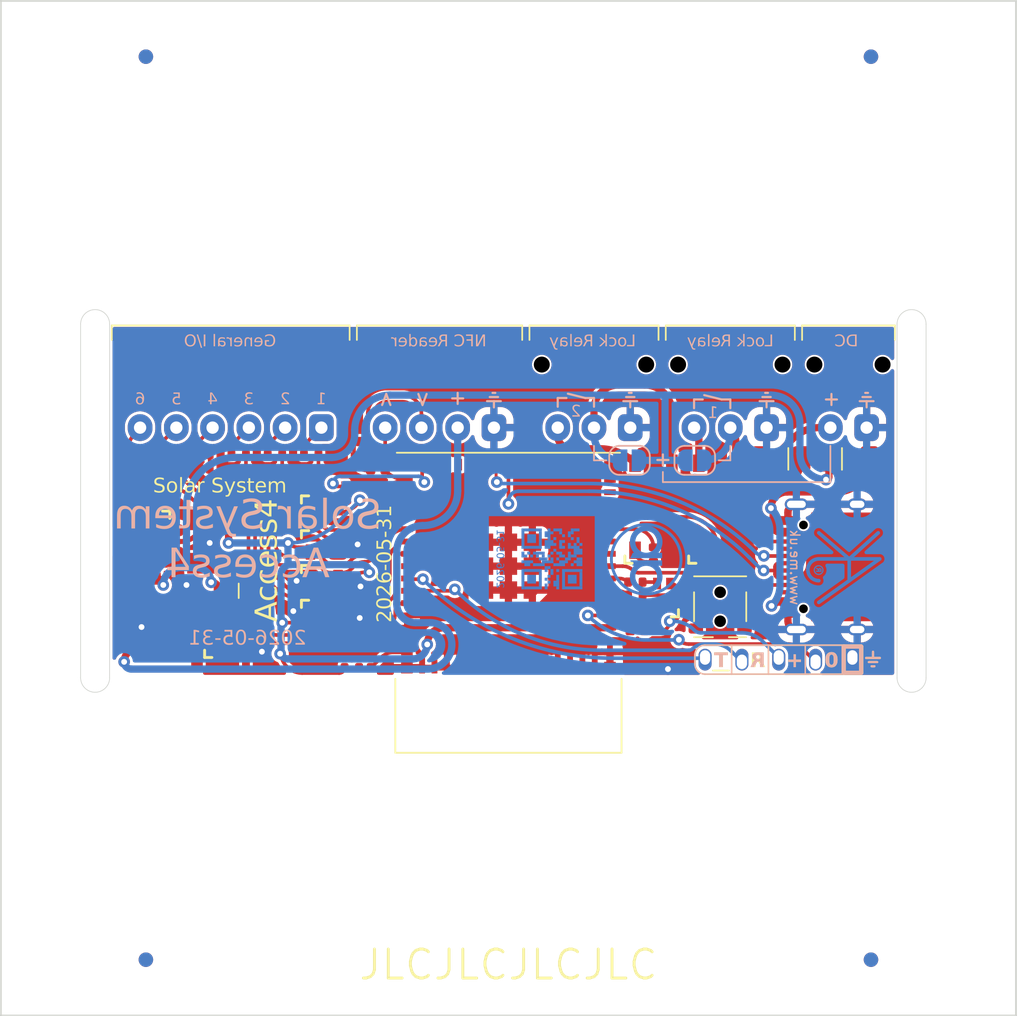
<source format=kicad_pcb>
(kicad_pcb (version 20221018) (generator pcbnew)
  (title_block (title "Access Control") (rev "3") (company "Adrian Kennard Andrews & Arnold Ltd") (comment 1 "toot.me.uk/@RevK") (comment 2 "www.me.uk"))
  (layers (0 "F.Cu" signal) (31 "B.Cu" signal) (34 "B.Paste" user) (35 "F.Paste" user) (36 "B.SilkS" user "B.Silkscreen") (37 "F.SilkS" user "F.Silkscreen") (38 "B.Mask" user) (39 "F.Mask" user) (44 "Edge.Cuts" user))
  (net 0 "")
  (net 1 "+3.3V")
  (net 2 "VBUS")
  (net 3 "GND")
  (net 4 "RFTX")
  (net 5 "RFRX")
  (net 6 "+5V")
  (net 7 "D-")
  (net 8 "D+")
  (net 9 "Net-(Q2-G)")
  (net 10 "SHDN")
  (net 11 "Net-(D6-RK)")
  (net 12 "IO1")
  (net 13 "IO2")
  (net 14 "+12V")
  (net 15 "Net-(D6-GK)")
  (net 16 "Net-(D6-BK)")
  (net 17 "Net-(J1-CC1)")
  (net 19 "Net-(J1-CC2)")
  (net 20 "TAMPER")
  (net 21 "IO3")
  (net 22 "IO4")
  (net 23 "IO5")
  (net 25 "Net-(J2-Pin_3)")
  (net 26 "Net-(J2-Pin_4)")
  (net 27 "Net-(J3-Pin_1)")
  (net 28 "Net-(J3-Pin_2)")
  (net 29 "Net-(J3-Pin_3)")
  (net 30 "Net-(J3-Pin_4)")
  (net 31 "Net-(J3-Pin_5)")
  (net 32 "Net-(J3-Pin_6)")
  (net 33 "Net-(J6-Pin_2)")
  (net 34 "Net-(J6-Pin_3)")
  (net 35 "Net-(J7-Pin_2)")
  (net 36 "Net-(J7-Pin_3)")
  (net 37 "R")
  (net 38 "G")
  (net 39 "B")
  (net 40 "Net-(U10-EN)")
  (net 41 "Net-(J8-0)")
  (net 42 "Net-(J8-Rx)")
  (net 43 "Net-(R16-Pad1)")
  (net 44 "Net-(J8-Tx)")
  (net 48 "DC")
  (net 49 "IO6")
  (net 50 "RELAY2")
  (net 51 "Net-(R25-Pad1)")
  (net 52 "RELAY1")
  (footprint "RevK:PTSM-HH1-2-RA" (layer "F.Cu") (at 123.45 94.4425 180)
    (fp_text reference "J5" hide)
    (fp_text value "POWER" hide)
  )
  (footprint "RevK:PTSM-HH1-3-RA-W" (layer "F.Cu") (at 105.9 94.4425 180)
    (fp_text reference "J6" hide)
    (fp_text value "DOOR2" hide)
  )
  (footprint "RevK:PTSM-HH-4-RA" (layer "F.Cu") (at 95.25 94.4425 180)
    (fp_text reference "J2" hide)
    (fp_text value "RFID" hide)
  )
  (footprint "RevK:PTSM-HH-6-RA" (layer "F.Cu") (at 80.85 94.4425 180)
    (fp_text reference "J3" hide)
    (fp_text value "INPUTS" hide)
  )
  (footprint "RevK:R_0402" (layer "F.Cu") (at 110 103.2 90)
    (fp_text reference "R16" hide)
    (fp_text value "1K" hide)
  )
  (footprint "RevK:ESE13" (layer "F.Cu") (at 114.6 106.8 -90)
    (fp_text reference "SW1" hide)
    (fp_text value "ESE13V01D")
  )
  (footprint "RevK:VCUT70" (layer "F.Cu") (at 100 111.7 180)
    (fp_text reference "V2" hide)
    (fp_text value "~" hide)
  )
  (footprint "RevK:R_0402" (layer "F.Cu") (at 81.4 96.3)
    (fp_text reference "R10" hide)
    (fp_text value "100R" hide)
  )
  (footprint "RevK:C_0402" (layer "F.Cu") (at 86.4 97.3 180)
    (fp_text reference "C3" hide)
    (fp_text value "33pF" hide)
  )
  (footprint "RevK:R_0402" (layer "F.Cu") (at 114.4 103.2 90)
    (fp_text reference "R25" hide)
    (fp_text value "1K" hide)
  )
  (footprint "RevK:C_0603_" (layer "F.Cu") (at 76.4 99.8 180)
    (fp_text reference "C22" hide)
    (fp_text value "10uF 6.3V")
  )
  (footprint "RevK:R_0402" (layer "F.Cu") (at 89.2 111)
    (fp_text reference "R26" hide)
    (fp_text value "10K" hide)
  )
  (footprint "RevK:C_0402" (layer "F.Cu") (at 81.4 97.3 180)
    (fp_text reference "C5" hide)
    (fp_text value "33pF" hide)
  )
  (footprint "RevK:L_4x4_" (layer "F.Cu") (at 79.7 102.3 90)
    (fp_text reference "L4" hide)
    (fp_text value "10uH")
  )
  (footprint "RevK:C_0402" (layer "F.Cu") (at 118.7 98.1 180)
    (fp_text reference "C17" hide)
    (fp_text value "10uF" hide)
  )
  (footprint "RevK:USC16-TR" (layer "F.Cu") (at 121.735 104.05 90)
    (fp_text reference "J1" hide)
    (fp_text value "USB-C")
  )
  (footprint "RevK:D_1206" (layer "F.Cu") (at 118.8 96.6 180)
    (fp_text reference "D9" hide)
    (fp_text value "D")
  )
  (footprint "RevK:C_0402" (layer "F.Cu") (at 76.4 97.3 180)
    (fp_text reference "C7" hide)
    (fp_text value "33pF" hide)
  )
  (footprint "RevK:R_0402_" (layer "F.Cu") (at 81.4 110.7 180)
    (fp_text reference "R2" hide)
    (fp_text value "23k2" hide)
  )
  (footprint "RevK:SOT-23-6-MD8942" (layer "F.Cu") (at 80.6 108.2 -90)
    (fp_text reference "U1" hide)
    (fp_text value "MD8942")
  )
  (footprint "RevK:R_0402" (layer "F.Cu") (at 86.4 96.3)
    (fp_text reference "R8" hide)
    (fp_text value "100R" hide)
  )
  (footprint "RevK:SOT-363_SC-70-6" (layer "F.Cu") (at 87.3 100.3)
    (fp_text reference "D1" hide)
    (fp_text value "BAV99S")
  )
  (footprint "RevK:SOT-363_SC-70-6" (layer "F.Cu") (at 87.3 107.5)
    (fp_text reference "D4" hide)
    (fp_text value "BAV99S")
  )
  (footprint "RevK:C_0603_" (layer "F.Cu") (at 79.3 110.7)
    (fp_text reference "C15" hide)
    (fp_text value "10uF 6.3V")
  )
  (footprint "RevK:C_0402" (layer "F.Cu") (at 109.4 109 -90)
    (fp_text reference "C19" hide)
    (fp_text value "22uF" hide)
  )
  (footprint "RevK:C_0603_" (layer "F.Cu") (at 78.6 108.2 -90)
    (fp_text reference "C16" hide)
    (fp_text value "100nF")
  )
  (footprint "RevK:R_0402" (layer "F.Cu") (at 108.75 106.9 180)
    (fp_text reference "R20" hide)
    (fp_text value "2K" hide)
  )
  (footprint "RevK:C_0603_" (layer "F.Cu") (at 76.6 104.8 180)
    (fp_text reference "C21" hide)
    (fp_text value "10uF 50V")
  )
  (footprint "RevK:SOT-323_SC-70" (layer "F.Cu") (at 88.7 97.5 90)
    (fp_text reference "Q2" hide)
    (fp_text value "PMF250XNEX" hide)
  )
  (footprint "RevK:PTSM-HH1-3-RA" (layer "F.Cu") (at 115.3 94.4425 180)
    (fp_text reference "J7" hide)
    (fp_text value "DOOR1" hide)
  )
  (footprint "RevK:R_0402_" (layer "F.Cu") (at 74.3 99.8)
    (fp_text reference "R15" hide)
    (fp_text value "39k2" hide)
  )
  (footprint "RevK:R_0402" (layer "F.Cu") (at 83.9 96.3)
    (fp_text reference "R9" hide)
    (fp_text value "100R" hide)
  )
  (footprint "RevK:R_0402_" (layer "F.Cu") (at 74.5 104.8 180)
    (fp_text reference "R27" hide)
    (fp_text value "1M" hide)
  )
  (footprint "RevK:R_0402" (layer "F.Cu") (at 108.75 105.1 180)
    (fp_text reference "R21" hide)
    (fp_text value "220R" hide)
  )
  (footprint "RevK:C_0402" (layer "F.Cu") (at 89.2 95.4)
    (fp_text reference "C2" hide)
    (fp_text value "33pF" hide)
  )
  (footprint "RevK:C_0603_" (layer "F.Cu") (at 77.1 102.3 90)
    (fp_text reference "C23" hide)
    (fp_text value "100nF")
  )
  (footprint "RevK:R_0402" (layer "F.Cu") (at 117.4 101.7 -90)
    (fp_text reference "R5" hide)
    (fp_text value "5K1" hide)
  )
  (footprint "RevK:R_0402" (layer "F.Cu") (at 76.4 96.3)
    (fp_text reference "R12" hide)
    (fp_text value "100R" hide)
  )
  (footprint "RevK:R_0402_" (layer "F.Cu") (at 82.5 108.2 -90)
    (fp_text reference "R1" hide)
    (fp_text value "124k" hide)
  )
  (footprint "RevK:SOT-363_SC-70-6" (layer "F.Cu") (at 87.3 105.1)
    (fp_text reference "D3" hide)
    (fp_text value "BAV99S")
  )
  (footprint "RevK:C_0402" (layer "F.Cu") (at 91 111)
    (fp_text reference "C20" hide)
    (fp_text value "1uF" hide)
  )
  (footprint "RevK:PCB7070" (layer "F.Cu") (at 100 100)
    (fp_text reference "PCB1" hide)
    (fp_text value "70x70" hide)
    (fp_line (start -35 -35) (end 35 -35) (stroke (width 0.12)) (layer "Edge.Cuts"))
    (fp_line (start -35 35) (end -35 -35) (stroke (width 0.12)) (layer "Edge.Cuts"))
    (fp_line (start 35 -35) (end 35 35) (stroke (width 0.12)) (layer "Edge.Cuts"))
    (fp_line (start 35 35) (end -35 35) (stroke (width 0.12)) (layer "Edge.Cuts"))
  )
  (footprint "RevK:R_0402" (layer "F.Cu") (at 117.2 106.7 -90)
    (fp_text reference "R4" hide)
    (fp_text value "5K1" hide)
  )
  (footprint "RevK:C_0402" (layer "F.Cu") (at 74.2 97.3 180)
    (fp_text reference "C8" hide)
    (fp_text value "33pF" hide)
  )
  (footprint "RevK:R_0402" (layer "F.Cu") (at 90.5 96.9 -90)
    (fp_text reference "R6" hide)
    (fp_text value "100R" hide)
  )
  (footprint "RevK:Special-SOP-4-3.7x4.55" (layer "F.Cu") (at 110 99.9)
    (fp_text reference "U3" hide)
    (fp_text value "G3VM-41GR8")
  )
  (footprint "RevK:R_0402" (layer "F.Cu") (at 108.75 106 180)
    (fp_text reference "R3" hide)
    (fp_text value "680R" hide)
  )
  (footprint "RevK:SOT-23-6-MD8942" (layer "F.Cu") (at 75.1 102.3 90)
    (fp_text reference "U2" hide)
    (fp_text value "MD8942")
  )
  (footprint "RevK:Shelly" (layer "F.Cu") (at 118.64 110.45)
    (fp_text reference "J8" hide)
    (fp_text value "Shelly" hide)
  )
  (footprint "RevK:C_0402" (layer "F.Cu") (at 78.9 97.3 180)
    (fp_text reference "C6" hide)
    (fp_text value "33pF" hide)
  )
  (footprint "RevK:D_1206" (layer "F.Cu") (at 123.5 96.6)
    (fp_text reference "D8" hide)
    (fp_text value "D")
  )
  (footprint "RevK:R_0402" (layer "F.Cu") (at 91.5 96.9 -90)
    (fp_text reference "R7" hide)
    (fp_text value "100R" hide)
  )
  (footprint "RevK:ESP32-S3-MINI-1" (layer "F.Cu") (at 100 104 180)
    (fp_text reference "U10" hide)
    (fp_text value "ESP32-S3-MINI-1" hide)
  )
  (footprint "RevK:R_0402" (layer "F.Cu") (at 78.9 96.3)
    (fp_text reference "R11" hide)
    (fp_text value "100R" hide)
  )
  (footprint "RevK:Special-SOP-4-3.7x4.55" (layer "F.Cu") (at 114.4 99.9)
    (fp_text reference "U8" hide)
    (fp_text value "G3VM-41GR8")
  )
  (footprint "RevK:SOT-363_SC-70-6" (layer "F.Cu") (at 87.3 102.7)
    (fp_text reference "D2" hide)
    (fp_text value "BAV99S")
  )
  (footprint "RevK:VCUT70" (layer "F.Cu") (at 100 87.3)
    (fp_text reference "V1" hide)
    (fp_text value "~" hide)
  )
  (footprint "RevK:LED-RGB-1.6x1.6" (layer "F.Cu") (at 110.7 106 90)
    (fp_text reference "D6" hide)
    (fp_text value "RGB")
  )
  (footprint "RevK:L_4x4_" (layer "F.Cu") (at 76 108.2 -90)
    (fp_text reference "L3" hide)
    (fp_text value "10uH")
  )
  (footprint "RevK:C_0603_" (layer "F.Cu") (at 79.3 105.7)
    (fp_text reference "C1" hide)
    (fp_text value "10uF 50V")
  )
  (footprint "RevK:R_0402" (layer "F.Cu") (at 74.2 96.3)
    (fp_text reference "R13" hide)
    (fp_text value "100R" hide)
  )
  (footprint "RevK:C_0402" (layer "F.Cu") (at 108.4 109 -90)
    (fp_text reference "C18" hide)
    (fp_text value "100nF" hide)
  )
  (footprint "RevK:C_0402" (layer "F.Cu") (at 83.9 97.3 180)
    (fp_text reference "C4" hide)
    (fp_text value "33pF" hide)
  )
  (footprint "RevK:R_0402_" (layer "F.Cu") (at 73.2 102.3 90)
    (fp_text reference "R14" hide)
    (fp_text value "124k" hide)
  )
  (footprint "RevK:QR-SS" (layer "B.Cu") (at 103 103.5 90)
    (fp_text reference "U7" hide)
    (fp_text value "QR" hide)
  )
  (footprint "Jumper:SolderJumper-2_P1.3mm_Open_RoundedPad1.0x1.5mm" (layer "B.Cu") (at 108.35 96.7 180)
    (fp_text reference "JP1" hide)
    (fp_text value "12V")
  )
  (footprint "RevK:AJK" (layer "B.Cu") (at 123.5 103.5 90)
    (fp_text reference "Logo1" hide)
    (fp_text value "AJK" hide)
  )
  (footprint "Jumper:SolderJumper-2_P1.3mm_Open_RoundedPad1.0x1.5mm" (layer "B.Cu") (at 112.85 96.7)
    (fp_text reference "JP2" hide)
    (fp_text value "12V")
  )
  (footprint "RevK:AA" (layer "B.Cu") (at 109.5 103.525 90)
    (fp_text reference "U9" hide)
    (fp_text value "AA" hide)
  )
  (gr_line (start 122.2 98.2) (end 122.2 95.7) (stroke (width 0.12)) (layer "B.SilkS"))
  (gr_line (start 105.3 92.4) (end 104.1 92.1) (stroke (width 0.15)) (layer "B.SilkS"))
  (gr_line (start 114.7 92.5) (end 113.5 92.2) (stroke (width 0.15)) (layer "B.SilkS"))
  (gr_line (start 115.3 95.7) (end 115.3 96.7) (stroke (width 0.12)) (layer "B.SilkS"))
  (gr_line (start 112.8 92.5) (end 112.8 93.1) (stroke (width 0.15)) (layer "B.SilkS"))
  (gr_line (start 105.9 93) (end 105.9 92.4) (stroke (width 0.15)) (layer "B.SilkS"))
  (gr_line (start 103.4 92.4) (end 103.4 93) (stroke (width 0.15)) (layer "B.SilkS"))
  (gr_line (start 112.8 92.5) (end 113.4 92.5) (stroke (width 0.15)) (layer "B.SilkS"))
  (gr_line (start 110.65 97.5) (end 110.65 98.2) (stroke (width 0.12)) (layer "B.SilkS"))
  (gr_line (start 110.65 98.2) (end 122.2 98.2) (stroke (width 0.12)) (layer "B.SilkS"))
  (gr_line (start 105.3 92.4) (end 105.9 92.4) (stroke (width 0.15)) (layer "B.SilkS"))
  (gr_line (start 114.7 92.5) (end 115.3 92.5) (stroke (width 0.15)) (layer "B.SilkS"))
  (gr_line (start 103.4 92.4) (end 104 92.4) (stroke (width 0.15)) (layer "B.SilkS"))
  (gr_line (start 115.3 96.7) (end 114.5 96.7) (stroke (width 0.12)) (layer "B.SilkS"))
  (gr_line (start 106.75 96.7) (end 105.9 96.7) (stroke (width 0.12)) (layer "B.SilkS"))
  (gr_line (start 105.9 95.7) (end 105.9 96.7) (stroke (width 0.12)) (layer "B.SilkS"))
  (gr_line (start 115.3 93.1) (end 115.3 92.5) (stroke (width 0.15)) (layer "B.SilkS"))
  (gr_line (start 81.4 105.2) (end 81.4 106.2) (stroke (width 0.12)) (layer "F.SilkS"))
  (gr_line (start 72.5 87.3) (end 72.5 111.7) (stroke (width 0.05)) (layer "Edge.Cuts"))
  (gr_line (start 128.8 87.3) (end 128.8 111.7) (stroke (width 0.05)) (layer "Edge.Cuts"))
  (gr_arc (start 70.5 87.3) (mid 71.5 86.3) (end 72.5 87.3) (stroke (width 0.05)) (layer "Edge.Cuts"))
  (gr_arc (start 72.5 111.7) (mid 71.5 112.7) (end 70.5 111.7) (stroke (width 0.05)) (layer "Edge.Cuts"))
  (gr_arc (start 128.8 111.7) (mid 127.8 112.7) (end 126.8 111.7) (stroke (width 0.05)) (layer "Edge.Cuts"))
  (gr_arc (start 126.8 87.3) (mid 127.8 86.3) (end 128.8 87.3) (stroke (width 0.05)) (layer "Edge.Cuts"))
  (gr_line (start 70.5 87.3) (end 70.5 111.7) (stroke (width 0.05)) (layer "Edge.Cuts"))
  (gr_line (start 126.8 87.3) (end 126.8 111.7) (stroke (width 0.05)) (layer "Edge.Cuts"))
  (gr_text "⏚" (at 99 92.5 180) (layer "B.SilkS") (effects (font (size 1 1)) (justify mirror)))
  (gr_text "⏚" (at 124.7 92.5 180) (layer "B.SilkS") (effects (font (size 1 1)) (justify mirror)))
  (gr_text "+" (at 122.2 92.5 90) (layer "B.SilkS") (effects (font (size 1 1)) (justify mirror)))
  (gr_text ">" (at 94 92.5 90) (layer "B.SilkS") (effects (font (size 1 1)) (justify mirror)))
  (gr_text "+" (at 96.5 92.5 180) (layer "B.SilkS") (effects (font (size 1 1)) (justify mirror)))
  (gr_text "⏚" (at 108.4 92.5 180) (layer "B.SilkS") (effects (font (size 1 1)) (justify mirror)))
  (gr_text "<" (at 91.5 92.5 90) (layer "B.SilkS") (effects (font (size 1 1)) (justify mirror)))
  (gr_text "NFC Reader" (at 95.2 88.5) (layer "B.SilkS") (effects (font (size 0.8 0.8) (thickness 0.1)) (justify mirror)))
  (gr_text "Lock Relay" (at 115.3 88.5) (layer "B.SilkS") (effects (font (size 0.8 0.8) (thickness 0.1)) (justify mirror)))
  (gr_text "5" (at 77.1 92.5) (layer "B.SilkS") (effects (font (size 0.8 0.8) (thickness 0.1)) (justify mirror)))
  (gr_text "Lock Relay" (at 105.8 88.5) (layer "B.SilkS") (effects (font (size 0.8 0.8) (thickness 0.1)) (justify mirror)))
  (gr_text "Solar System\nAccess4" (at 82 102.25) (layer "B.SilkS") (effects (font (size 2 2)) (justify mirror)))
  (gr_text "DC" (at 123.3 88.5) (layer "B.SilkS") (effects (font (size 0.8 0.8) (thickness 0.1)) (justify mirror)))
  (gr_text "6" (at 74.6 92.5) (layer "B.SilkS") (effects (font (size 0.8 0.8) (thickness 0.1)) (justify mirror)))
  (gr_text "4" (at 79.6 92.5) (layer "B.SilkS") (effects (font (size 0.8 0.8) (thickness 0.1)) (justify mirror)))
  (gr_text "1" (at 114.1 93.45) (layer "B.SilkS") (effects (font (size 0.8 0.8) (thickness 0.1)) (justify mirror)))
  (gr_text "3" (at 82.1 92.5) (layer "B.SilkS") (effects (font (size 0.8 0.8) (thickness 0.1)) (justify mirror)))
  (gr_text "2" (at 104.65 93.35) (layer "B.SilkS") (effects (font (size 0.8 0.8) (thickness 0.1)) (justify mirror)))
  (gr_text "⏚" (at 117.8 92.5 180) (layer "B.SilkS") (effects (font (size 1 1)) (justify mirror)))
  (gr_text "+" (at 110.65 96.6) (layer "B.SilkS") (effects (font (size 1 1)) (justify mirror)))
  (gr_text "General I/O" (at 80.8 88.5) (layer "B.SilkS") (effects (font (size 0.8 0.8) (thickness 0.1)) (justify mirror)))
  (gr_text "1" (at 87.1 92.5) (layer "B.SilkS") (effects (font (size 0.8 0.8) (thickness 0.1)) (justify mirror)))
  (gr_text "${CURRENT_DATE}" (at 82 109) (layer "B.SilkS") (effects (font (size 1 1)) (justify mirror)))
  (gr_text "2" (at 84.6 92.5) (layer "B.SilkS") (effects (font (size 0.8 0.8) (thickness 0.1)) (justify mirror)))
  (gr_text "${CURRENT_DATE}" (at 91.5 107.9 90) (layer "F.SilkS") (effects (font (size 1 1)) (justify left)))
  (gr_text "Access4" (at 83.4 103.6 90) (layer "F.SilkS") (effects (font (size 1.5 1.5))))
  (gr_text "Solar System" (at 80.1 98.5) (layer "F.SilkS") (effects (font (size 1 1))))
  (segment (start 86.35 105.1) (end 88.25 105.1) (width 0.25) (layer "F.Cu") (net 1))
  (segment (start 84.338349 110.121855) (end 84.338349 110.244909) (width 0.25) (layer "F.Cu") (net 1))
  (segment (start 88.25 105.1) (end 88.617158 105.1) (width 0.25) (layer "F.Cu") (net 1))
  (segment (start 86.35 102.7) (end 88.25 102.7) (width 0.25) (layer "F.Cu") (net 1))
  (segment (start 86.35 107.5) (end 88.25 107.5) (width 0.25) (layer "F.Cu") (net 1))
  (segment (start 110.424004 108.5) (end 109.4 108.5) (width 0.25) (layer "F.Cu") (net 1))
  (segment (start 111.124502 107.799502) (end 111.250498 107.799502) (width 0.25) (layer "F.Cu") (net 1))
  (segment (start 89.42788 99.86846) (end 89.751504 99.544836) (width 0.25) (layer "F.Cu") (net 1))
  (segment (start 108.4 108.5) (end 109.4 108.5) (width 0.25) (layer "F.Cu") (net 1))
  (segment (start 88.325 111.375) (end 85.775 111.375) (width 0.25) (layer "F.Cu") (net 1))
  (segment (start 89.751504 99.544836) (end 89.751504 99.451505) (width 0.25) (layer "F.Cu") (net 1))
  (segment (start 107 108.25) (end 95.55 108.25) (width 0.5) (layer "F.Cu") (net 1))
  (segment (start 84.256398 110.039904) (end 84.338349 110.121855) (width 0.25) (layer "F.Cu") (net 1))
  (segment (start 86.35 107.5) (end 86.117651 107.5) (width 0.25) (layer "F.Cu") (net 1))
  (segment (start 89.1 104.9) (end 89.2 104.8) (width 0.25) (layer "F.Cu") (net 1))
  (segment (start 108.15 108.25) (end 107 108.25) (width 0.25) (layer "F.Cu") (net 1))
  (segment (start 86.35 102.7) (end 85.524264 102.7) (width 0.25) (layer "F.Cu") (net 1))
  (segment (start 90.407687 104.42416) (end 90.107358 104.42416) (width 0.25) (layer "F.Cu") (net 1))
  (segment (start 84.4 107.9) (end 85.151967 107.9) (width 0.25) (layer "F.Cu") (net 1))
  (segment (start 111.75 105.8) (end 111.75 107.3) (width 0.25) (layer "F.Cu") (net 1))
  (segment (start 80.7 102.4) (end 80.7 101.8) (width 0.5) (layer "F.Cu") (net 1))
  (via (at 84.256398 110.039904) (size 0.8) (drill 0.4) (layers "F.Cu" "B.Cu") (net 1))
  (via (at 89.751504 99.451505) (size 0.8) (drill 0.4) (layers "F.Cu" "B.Cu") (net 1))
  (via (at 84.4 107.9) (size 0.8) (drill 0.4) (layers "F.Cu" "B.Cu") (net 1))
  (via (at 94.4 109.4) (size 0.8) (drill 0.4) (layers "F.Cu" "B.Cu") (net 1))
  (via (at 84.8 102.4) (size 0.8) (drill 0.4) (layers "F.Cu" "B.Cu") (net 1))
  (via (at 90.407687 104.42416) (size 0.8) (drill 0.4) (layers "F.Cu" "B.Cu") (net 1))
  (via (at 80.7 102.4) (size 0.8) (drill 0.4) (layers "F.Cu" "B.Cu") (net 1))
  (via (at 111.124502 107.799502) (size 0.8) (drill 0.4) (layers "F.Cu" "B.Cu") (net 1))
  (arc (start 88.617158 105.1) (mid 88.87847 105.048022) (end 89.1 104.9) (width 0.25) (layer "F.Cu") (net 1))
  (arc (start 111.124502 107.799502) (mid 110.919331 108.294829) (end 110.424004 108.5) (width 0.25) (layer "F.Cu") (net 1))
  (arc (start 80.7 101.8) (mid 80.407107 101.092893) (end 79.7 100.8) (width 0.5) (layer "F.Cu") (net 1))
  (arc (start 88.25 100.3) (mid 88.876702 100.188088) (end 89.42788 99.86846) (width 0.25) (layer "F.Cu") (net 1))
  (arc (start 85.524264 102.7) (mid 85.132296 102.622033) (end 84.8 102.4) (width 0.25) (layer "F.Cu") (net 1))
  (arc (start 84.338349 110.244909) (mid 84.861836 111.058342) (end 85.775 111.375) (width 0.25) (layer "F.Cu") (net 1))
  (arc (start 90.107358 104.42416) (mid 89.616299 104.521837) (end 89.2 104.8) (width 0.25) (layer "F.Cu") (net 1))
  (arc (start 88.325 111.375) (mid 88.590165 111.265165) (end 88.7 111) (width 0.25) (layer "F.Cu") (net 1))
  (arc (start 111.15 105.2) (mid 111.574264 105.375736) (end 111.75 105.8) (width 0.25) (layer "F.Cu") (net 1))
  (arc (start 95.55 108.25) (mid 94.736827 108.586827) (end 94.4 109.4) (width 0.5) (layer "F.Cu") (net 1))
  (arc (start 108.4 108.5) (mid 108.326777 108.323223) (end 108.15 108.25) (width 0.25) (layer "F.Cu") (net 1))
  (arc (start 85.151967 107.9) (mid 85.438227 107.84306) (end 85.680906 107.680906) (width 0.25) (layer "F.Cu") (net 1))
  (arc (start 86.117651 107.5) (mid 85.881287 107.547015) (end 85.680906 107.680906) (width 0.25) (layer "F.Cu") (net 1))
  (arc (start 111.250498 107.799502) (mid 111.603699 107.653201) (end 111.75 107.3) (width 0.25) (layer "F.Cu") (net 1))
  (segment (start 118.64 110.3) (end 117.533969 109.19397) (width 0.25) (layer "B.Cu") (net 1))
  (segment (start 84.340414 110.12392) (end 84.256398 110.039904) (width 0.5) (layer "B.Cu") (net 1))
  (segment (start 84.8 103.7) (end 84.8 102.4) (width 0.5) (layer "B.Cu") (net 1))
  (segment (start 116.1 108.6) (end 113.282842 108.6) (width 0.25) (layer "B.Cu") (net 1))
  (segment (start 84.347669 110.12392) (end 84.340414 110.12392) (width 0.5) (layer "B.Cu") (net 1))
  (segment (start 89.751504 99.451505) (end 88.219351 100.983658) (width 0.25) (layer "B.Cu") (net 1))
  (segment (start 85 103.9) (end 89.883527 103.9) (width 0.5) (layer "B.Cu") (net 1))
  (segment (start 111.35027 107.799502) (end 111.124502 107.799502) (width 0.25) (layer "B.Cu") (net 1))
  (segment (start 84.32 107.529153) (end 84.32 109.88) (width 0.5) (layer "B.Cu") (net 1))
  (segment (start 80.7 102.4) (end 84.8 102.4) (width 0.5) (layer "B.Cu") (net 1))
  (segment (start 84.8 110.4) (end 93.4 110.4) (width 0.5) (layer "B.Cu") (net 1))
  (segment (start 84.256398 110.039904) (end 84.312581 109.983721) (width 0.5) (layer "B.Cu") (net 1))
  (segment (start 84.316648 104.583352) (end 84.316648 107.816648) (width 0.5) (layer "B.Cu") (net 1))
  (segment (start 84.312581 109.898829) (end 84.312581 109.983721) (width 0.5) (layer "B.Cu") (net 1))
  (arc (start 112.8 108.4) (mid 112.134859 107.955566) (end 111.35027 107.799502) (width 0.25) (layer "B.Cu") (net 1))
  (arc (start 84.8 110.4) (mid 84.536134 110.324555) (end 84.347669 110.12392) (width 0.5) (layer "B.Cu") (net 1))
  (arc (start 117.533969 109.19397) (mid 116.876059 108.754368) (end 116.1 108.6) (width 0.25) (layer "B.Cu") (net 1))
  (arc (start 84.32 109.88) (mid 84.317638 109.889428) (end 84.312581 109.898829) (width 0.5) (layer "B.Cu") (net 1))
  (arc (start 89.883527 103.9) (mid 90.254164 104.053523) (end 90.407687 104.42416) (width 0.5) (layer "B.Cu") (net 1))
  (arc (start 85 103.9) (mid 84.516797 104.100149) (end 84.316648 104.583352) (width 0.5) (layer "B.Cu") (net 1))
  (arc (start 84.316648 107.816648) (mid 84.341061 107.875587) (end 84.4 107.9) (width 0.5) (layer "B.Cu") (net 1))
  (arc (start 85 103.9) (mid 84.858579 103.841421) (end 84.8 103.7) (width 0.5) (layer "B.Cu") (net 1))
  (arc (start 88.219351 100.983658) (mid 86.65054 102.031904) (end 84.8 102.4) (width 0.25) (layer "B.Cu") (net 1))
  (arc (start 94.4 109.4) (mid 94.107107 110.107107) (end 93.4 110.4) (width 0.5) (layer "B.Cu") (net 1))
  (arc (start 113.282842 108.6) (mid 113.02153 108.548022) (end 112.8 108.4) (width 0.25) (layer "B.Cu") (net 1))
  (segment (start 122.62 98.88) (end 119.22 98.88) (width 0.5) (layer "F.Cu") (net 2))
  (segment (start 119.275 106.45) (end 118.844234 106.45) (width 0.5) (layer "F.Cu") (net 2))
  (segment (start 119.275 101.65) (end 118.705 101.65) (width 0.5) (layer "F.Cu") (net 2))
  (segment (start 118.255 100.155) (end 118.1 100) (width 0.5) (layer "F.Cu") (net 2))
  (segment (start 118.255 101.2) (end 118.255 100.155) (width 0.5) (layer "F.Cu") (net 2))
  (via (at 118.1 100) (size 0.8) (drill 0.4) (layers "F.Cu" "B.Cu") (net 2))
  (via (at 118.143367 106.740309) (size 0.8) (drill 0.4) (layers "F.Cu" "B.Cu") (net 2))
  (arc (start 119.22 98.88) (mid 118.42804 99.20804) (end 118.1 100) (width 0.5) (layer "F.Cu") (net 2))
  (arc (start 118.844234 106.45) (mid 118.464928 106.525449) (end 118.143367 106.740309) (width 0.5) (layer "F.Cu") (net 2))
  (arc (start 118.705 101.65) (mid 118.386802 101.518198) (end 118.255 101.2) (width 0.5) (layer "F.Cu") (net 2))
  (arc (start 124.9 96.6) (mid 124.232203 98.212203) (end 122.62 98.88) (width 0.5) (layer "F.Cu") (net 2))
  (segment (start 118.725 105.336123) (end 118.725 102) (width 0.5) (layer "B.Cu") (net 2))
  (segment (start 118.725 101.508883) (end 118.725 102) (width 0.5) (layer "B.Cu") (net 2))
  (arc (start 118.143367 106.740309) (mid 118.573838 106.096063) (end 118.725 105.336123) (width 0.5) (layer "B.Cu") (net 2))
  (arc (start 118.1 100) (mid 118.562567 100.692281) (end 118.725 101.508883) (width 0.5) (layer "B.Cu") (net 2))
  (segment (start 119.275 107.25) (end 119.275 107.79) (width 0.5) (layer "F.Cu") (net 3))
  (segment (start 86.35 102.05) (end 85.771967 102.05) (width 0.25) (layer "F.Cu") (net 3))
  (segment (start 85.544302 101.955698) (end 85.434836 101.846232) (width 0.25) (layer "F.Cu") (net 3))
  (segment (start 88.25 108.15) (end 89.170198 108.15) (width 0.25) (layer "F.Cu") (net 3))
  (segment (start 119.275 100.85) (end 119.275 100.31) (width 0.5) (layer "F.Cu") (net 3))
  (segment (start 86.35 104.45) (end 85.95646 104.45) (width 0.25) (layer "F.Cu") (net 3))
  (segment (start 85.25 101.4) (end 85.25 98.6) (width 0.25) (layer "F.Cu") (net 3))
  (segment (start 89.2 110) (end 90.2 110) (width 0.25) (layer "F.Cu") (net 3))
  (segment (start 85.95646 104.45) (end 85.393348 105.013112) (width 0.25) (layer "F.Cu") (net 3))
  (segment (start 87.435269 97.735269) (end 87.611213 97.559324) (width 0.25) (layer "F.Cu") (net 3))
  (segment (start 89.45 105.75) (end 89.8 105.4) (width 0.25) (layer "F.Cu") (net 3))
  (segment (start 88.25 105.75) (end 89.45 105.75) (width 0.25) (layer "F.Cu") (net 3))
  (segment (start 87.403675 97.766862) (end 87.435269 97.735269) (width 0.25) (layer "F.Cu") (net 3))
  (segment (start 85.9 97.3) (end 85.70962 97.49038) (width 0.25) (layer "F.Cu") (net 3))
  (segment (start 87.1 99.918414) (end 87.1 98.5) (width 0.25) (layer "F.Cu") (net 3))
  (segment (start 86.35 106.85) (end 85.268374 106.85) (width 0.25) (layer "F.Cu") (net 3))
  (segment (start 85.268374 106.85) (end 85.166648 106.951726) (width 0.25) (layer "F.Cu") (net 3))
  (segment (start 91.322399 109.535087) (end 92.329936 108.52755) (width 0.25) (layer "F.Cu") (net 3))
  (via (at 89.745198 107.575) (size 0.8) (drill 0.4) (layers "F.Cu" "B.Cu") (net 3))
  (via (at 85.166648 107.1) (size 0.8) (drill 0.4) (layers "F.Cu" "B.Cu") (net 3))
  (via (at 74.7 108.2) (size 0.8) (drill 0.4) (layers "F.Cu" "B.Cu") (net 3))
  (via (at 89.6 102.5) (size 0.8) (drill 0.4) (layers "F.Cu" "B.Cu") (net 3))
  (via (at 111 111.1) (size 0.8) (drill 0.4) (layers "F.Cu" "B.Cu") (net 3))
  (via (at 85.393348 105.013112) (size 0.8) (drill 0.4) (layers "F.Cu" "B.Cu") (net 3))
  (via (at 79.4 102.4) (size 0.8) (drill 0.4) (layers "F.Cu" "B.Cu") (net 3))
  (via (at 77.8 105.3) (size 0.8) (drill 0.4) (layers "F.Cu" "B.Cu") (net 3))
  (via (at 89.8 105.4) (size 0.8) (drill 0.4) (layers "F.Cu" "B.Cu") (net 3))
  (via (at 83 109.9) (size 0.8) (drill 0.4) (layers "F.Cu" "B.Cu") (net 3))
  (arc (start 88.202297 100.95) (mid 87.761332 100.862287) (end 87.3875 100.6125) (width 0.25) (layer "F.Cu") (net 3))
  (arc (start 85.771967 102.05) (mid 85.648756 102.025492) (end 85.544302 101.955698) (width 0.25) (layer "F.Cu") (net 3))
  (arc (start 119.275 107.79) (mid 119.444878 108.200122) (end 119.855 108.37) (width 0.5) (layer "F.Cu") (net 3))
  (arc (start 87.1 98.5) (mid 87.178923 98.103229) (end 87.403675 97.766862) (width 0.25) (layer "F.Cu") (net 3))
  (arc (start 119.275 100.31) (mid 119.444878 99.899878) (end 119.855 99.73) (width 0.5) (layer "F.Cu") (net 3))
  (arc (start 87.611213 97.559324) (mid 87.935963 97.073302) (end 88.05 96.5) (width 0.25) (layer "F.Cu") (net 3))
  (arc (start 89.170198 108.15) (mid 89.576784 107.981586) (end 89.745198 107.575) (width 0.25) (layer "F.Cu") (net 3))
  (arc (start 85.434836 101.846232) (mid 85.298037 101.641499) (end 85.25 101.4) (width 0.25) (layer "F.Cu") (net 3))
  (arc (start 92.329936 108.52755) (mid 92.637364 108.322133) (end 93 108.25) (width 0.25) (layer "F.Cu") (net 3))
  (arc (start 90.2 110) (mid 90.807438 109.879173) (end 91.322399 109.535087) (width 0.25) (layer "F.Cu") (net 3))
  (arc (start 85.70962 97.49038) (mid 85.369452 97.999478) (end 85.25 98.6) (width 0.25) (layer "F.Cu") (net 3))
  (arc (start 87.3875 100.6125) (mid 87.174719 100.294051) (end 87.1 99.918414) (width 0.25) (layer "F.Cu") (net 3))
  (segment (start 91.597296 98.631019) (end 88.914158 101.314158) (width 0.25) (layer "F.Cu") (net 4))
  (segment (start 88.457862 101.503162) (end 87.747798 101.503162) (width 0.25) (layer "F.Cu") (net 4))
  (segment (start 86.35 100.95) (end 86.62448 100.95) (width 0.25) (layer "F.Cu") (net 4))
  (segment (start 87.2875 101.3125) (end 87.1375 101.1625) (width 0.25) (layer "F.Cu") (net 4))
  (arc (start 87.747798 101.503162) (mid 87.498687 101.45361) (end 87.2875 101.3125) (width 0.25) (layer "F.Cu") (net 4))
  (arc (start 88.914158 101.314158) (mid 88.704808 101.454042) (end 88.457862 101.503162) (width 0.25) (layer "F.Cu") (net 4))
  (arc (start 93 98.05) (mid 92.214702 97.893795) (end 91.548959 97.448959) (width 0.25) (layer "F.Cu") (net 4))
  (arc (start 93 98.05) (mid 92.240862 98.201002) (end 91.597296 98.631019) (width 0.25) (layer "F.Cu") (net 4))
  (arc (start 86.62448 100.95) (mid 86.902124 101.005226) (end 87.1375 101.1625) (width 0.25) (layer "F.Cu") (net 4))
  (segment (start 88.1 98.5) (end 87.9 98.3) (width 0.25) (layer "F.Cu") (net 5))
  (segment (start 94.05 97) (end 94.05 98.05) (width 0.25) (layer "F.Cu") (net 5))
  (segment (start 88.7 98.5) (end 88.1 98.5) (width 0.25) (layer "F.Cu") (net 5))
  (segment (start 94.05 98.05) (end 94.2 98.2) (width 0.25) (layer "F.Cu") (net 5))
  (via (at 87.9 98.3) (size 0.8) (drill 0.4) (layers "F.Cu" "B.Cu") (net 5))
  (via (at 94.2 98.2) (size 0.8) (drill 0.4) (layers "F.Cu" "B.Cu") (net 5))
  (segment (start 88.4 97.8) (end 93.8 97.8) (width 0.25) (layer "B.Cu") (net 5))
  (arc (start 93.8 97.8) (mid 94.082843 97.917157) (end 94.2 98.2) (width 0.25) (layer "B.Cu") (net 5))
  (arc (start 87.9 98.3) (mid 88.046447 97.946447) (end 88.4 97.8) (width 0.25) (layer "B.Cu") (net 5))
  (via (at 73.5 110.6) (size 0.8) (drill 0.4) (layers "F.Cu" "B.Cu") (net 6))
  (arc (start 74.4 109.7) (mid 73.763604 109.963604) (end 73.5 110.6) (width 0.5) (layer "F.Cu") (net 6))
  (segment (start 93.6 107.9) (end 94.6 107.9) (width 0.5) (layer "B.Cu") (net 6))
  (segment (start 94.4 111.1) (end 74 111.1) (width 0.5) (layer "B.Cu") (net 6))
  (segment (start 92.3 103) (end 92.3 106.6) (width 0.5) (layer "B.Cu") (net 6))
  (segment (start 96.5 94.4425) (end 96.5 98.8) (width 0.5) (layer "B.Cu") (net 6))
  (arc (start 94.6 107.9) (mid 95.66066 108.33934) (end 96.1 109.4) (width 0.5) (layer "B.Cu") (net 6))
  (arc (start 96.1 109.4) (mid 95.602082 110.602082) (end 94.4 111.1) (width 0.5) (layer "B.Cu") (net 6))
  (arc (start 96.5 98.8) (mid 95.797056 100.497056) (end 94.1 101.2) (width 0.5) (layer "B.Cu") (net 6))
  (arc (start 92.3 106.6) (mid 92.680761 107.519239) (end 93.6 107.9) (width 0.5) (layer "B.Cu") (net 6))
  (arc (start 94.1 101.2) (mid 92.827208 101.727208) (end 92.3 103) (width 0.5) (layer "B.Cu") (net 6))
  (arc (start 74 111.1) (mid 73.646447 110.953553) (end 73.5 110.6) (width 0.5) (layer "B.Cu") (net 6))
  (segment (start 100 99.7) (end 100 97) (width 0.25) (layer "F.Cu") (net 7))
  (segment (start 118.38 104.3) (end 117.6 104.3) (width 0.25) (layer "F.Cu") (net 7))
  (segment (start 118.38 104.059315) (end 118.38 104.540685) (width 0.25) (layer "F.Cu") (net 7))
  (segment (start 119.275 103.8) (end 118.639315 103.8) (width 0.25) (layer "F.Cu") (net 7))
  (segment (start 119.275 104.8) (end 118.639315 104.8) (width 0.25) (layer "F.Cu") (net 7))
  (via (at 100 99.7) (size 0.8) (drill 0.4) (layers "F.Cu" "B.Cu") (net 7))
  (via (at 117.6 104.3) (size 0.8) (drill 0.4) (layers "F.Cu" "B.Cu") (net 7))
  (arc (start 118.639315 104.8) (mid 118.455952 104.724048) (end 118.38 104.540685) (width 0.25) (layer "F.Cu") (net 7))
  (arc (start 118.639315 103.8) (mid 118.455952 103.875952) (end 118.38 104.059315) (width 0.25) (layer "F.Cu") (net 7))
  (segment (start 116.6 103.4) (end 117.429289 104.229289) (width 0.25) (layer "B.Cu") (net 7))
  (segment (start 100 99.7) (end 100 99.52979) (width 0.25) (layer "B.Cu") (net 7))
  (segment (start 105.566538 98.82979) (end 100.7 98.82979) (width 0.25) (layer "B.Cu") (net 7))
  (arc (start 117.429289 104.229289) (mid 117.507611 104.281623) (end 117.6 104.3) (width 0.25) (layer "B.Cu") (net 7))
  (arc (start 100 99.52979) (mid 100.205025 99.034815) (end 100.7 98.82979) (width 0.25) (layer "B.Cu") (net 7))
  (arc (start 116.6 103.4) (mid 111.537805 100.017549) (end 105.566538 98.82979) (width 0.25) (layer "B.Cu") (net 7))
  (segment (start 119.275 103.3) (end 119.8 103.3) (width 0.25) (layer "F.Cu") (net 8))
  (segment (start 117.625306 103.3) (end 117.613058 103.287752) (width 0.2) (layer "F.Cu") (net 8))
  (segment (start 99.15 98.07929) (end 99.15 97) (width 0.2) (layer "F.Cu") (net 8))
  (segment (start 117.642627 103.3) (end 119.275 103.3) (width 0.25) (layer "F.Cu") (net 8))
  (segment (start 120.2 103.7) (end 120.2 103.9) (width 0.25) (layer "F.Cu") (net 8))
  (segment (start 119.275 104.3) (end 119.8 104.3) (width 0.25) (layer "F.Cu") (net 8))
  (via (at 99.2 98.2) (size 0.8) (drill 0.4) (layers "F.Cu" "B.Cu") (net 8))
  (via (at 117.613058 103.287752) (size 0.8) (drill 0.4) (layers "F.Cu" "B.Cu") (net 8))
  (arc (start 119.8 104.3) (mid 120.082843 104.182843) (end 120.2 103.9) (width 0.25) (layer "F.Cu") (net 8))
  (arc (start 99.2 98.2) (mid 99.162995 98.144618) (end 99.15 98.07929) (width 0.2) (layer "F.Cu") (net 8))
  (arc (start 119.8 103.3) (mid 120.082843 103.417157) (end 120.2 103.7) (width 0.25) (layer "F.Cu") (net 8))
  (arc (start 117.613058 103.287752) (mid 117.626624 103.296817) (end 117.642627 103.3) (width 0.25) (layer "F.Cu") (net 8))
  (segment (start 117.58286 103.257554) (end 117.613058 103.287752) (width 0.25) (layer "B.Cu") (net 8))
  (segment (start 117.384863 103.257554) (end 117.58286 103.257554) (width 0.25) (layer "B.Cu") (net 8))
  (segment (start 99.3 98.3) (end 105.567646 98.3) (width 0.25) (layer "B.Cu") (net 8))
  (arc (start 117.060492 103.060493) (mid 117.211001 103.177953) (end 117.384863 103.257554) (width 0.25) (layer "B.Cu") (net 8))
  (arc (start 99.2 98.2) (mid 99.229289 98.270711) (end 99.3 98.3) (width 0.25) (layer "B.Cu") (net 8))
  (arc (start 105.567646 98.3) (mid 111.787528 99.537212) (end 117.060492 103.060493) (width 0.25) (layer "B.Cu") (net 8))
  (segment (start 90.5 97.4) (end 90.25 97.4) (width 0.25) (layer "F.Cu") (net 9))
  (segment (start 89.35 95.75) (end 89.35 96.5) (width 0.25) (layer "F.Cu") (net 9))
  (arc (start 90.25 97.4) (mid 89.613604 97.136396) (end 89.35 96.5) (width 0.25) (layer "F.Cu") (net 9))
  (arc (start 89.7 95.4) (mid 89.452513 95.502513) (end 89.35 95.75) (width 0.25) (layer "F.Cu") (net 9))
  (segment (start 83.192949 107.592949) (end 83.192949 108.092949) (width 0.25) (layer "F.Cu") (net 10))
  (segment (start 83.2 108.1) (end 83.2 108.5) (width 0.25) (layer "F.Cu") (net 10))
  (segment (start 83.192949 108.092949) (end 83.2 108.1) (width 0.25) (layer "F.Cu") (net 10))
  (segment (start 84.01393 109.31393) (end 89.98607 109.31393) (width 0.25) (layer "F.Cu") (net 10))
  (arc (start 92.2 107.1) (mid 91.551555 108.665485) (end 89.98607 109.31393) (width 0.25) (layer "F.Cu") (net 10))
  (arc (start 92.75 106.55) (mid 92.361091 106.711091) (end 92.2 107.1) (width 0.25) (layer "F.Cu") (net 10))
  (arc (start 83.2 108.5) (mid 83.438395 109.075535) (end 84.01393 109.31393) (width 0.25) (layer "F.Cu") (net 10))
  (arc (start 81.9 106.3) (mid 82.814253 106.678696) (end 83.192949 107.592949) (width 0.25) (layer "F.Cu") (net 10))
  (segment (start 110.8 106) (end 109.25 106) (width 0.25) (layer "F.Cu") (net 11))
  (segment (start 111.15 106.8) (end 111.15 106.35) (width 0.25) (layer "F.Cu") (net 11))
  (arc (start 111.15 106.35) (mid 111.047487 106.102513) (end 110.8 106) (width 0.25) (layer "F.Cu") (net 11))
  (segment (start 85.7 101.2) (end 85.7 99.433384) (width 0.25) (layer "F.Cu") (net 12))
  (segment (start 88.25 102.05) (end 87.699023 102.05) (width 0.25) (layer "F.Cu") (net 12))
  (segment (start 86.5 101.475) (end 85.975 101.475) (width 0.25) (layer "F.Cu") (net 12))
  (segment (start 86.9 96.3) (end 86.9 97.3) (width 0.25) (layer "F.Cu") (net 12))
  (segment (start 87.169384 101.830616) (end 87.035636 101.696868) (width 0.25) (layer "F.Cu") (net 12))
  (segment (start 89.464429 101.546967) (end 91.483058 99.528338) (width 0.25) (layer "F.Cu") (net 12))
  (segment (start 86.149118 98.349118) (end 86.689115 97.80912) (width 0.25) (layer "F.Cu") (net 12))
  (arc (start 86.9 97.3) (mid 86.845193 97.575534) (end 86.689115 97.80912) (width 0.25) (layer "F.Cu") (net 12))
  (arc (start 88.25 102.05) (mid 88.907244 101.919266) (end 89.464429 101.546967) (width 0.25) (layer "F.Cu") (net 12))
  (arc (start 87.035636 101.696868) (mid 86.789884 101.532662) (end 86.5 101.475) (width 0.25) (layer "F.Cu") (net 12))
  (arc (start 91.483058 99.528338) (mid 92.179037 99.0633) (end 93 98.9) (width 0.25) (layer "F.Cu") (net 12))
  (arc (start 85.7 99.433384) (mid 85.816722 98.846584) (end 86.149118 98.349118) (width 0.25) (layer "F.Cu") (net 12))
  (arc (start 87.699023 102.05) (mid 87.412385 101.992984) (end 87.169384 101.830616) (width 0.25) (layer "F.Cu") (net 12))
  (arc (start 85.975 101.475) (mid 85.780546 101.394454) (end 85.7 101.2) (width 0.25) (layer "F.Cu") (net 12))
  (segment (start 89.920711 103.25) (end 90 103.25) (width 0.25) (layer "F.Cu") (net 13))
  (segment (start 84.4 97.3) (end 84.4 96.3) (width 0.25) (layer "F.Cu") (net 13))
  (segment (start 83.9 100.892285) (end 83.9 98.507106) (width 0.25) (layer "F.Cu") (net 13))
  (segment (start 86.35 103.35) (end 84.89939 103.35) (width 0.25) (layer "F.Cu") (net 13))
  (segment (start 90.838909 101.261092) (end 91.89038 100.209619) (width 0.25) (layer "F.Cu") (net 13))
  (segment (start 90.45 102.8) (end 90.45 102.2) (width 0.25) (layer "F.Cu") (net 13))
  (segment (start 83.907715 102.4) (end 83.907715 100.9) (width 0.25) (layer "F.Cu") (net 13))
  (segment (start 87.261939 103.538061) (end 87.411939 103.688061) (width 0.25) (layer "F.Cu") (net 13))
  (segment (start 86.35 103.35) (end 86.80792 103.35) (width 0.25) (layer "F.Cu") (net 13))
  (segment (start 87.863249 103.875) (end 88.62396 103.875) (width 0.25) (layer "F.Cu") (net 13))
  (segment (start 89.013604 103.713604) (end 89.163604 103.563604) (width 0.25) (layer "F.Cu") (net 13))
  (arc (start 90.45 102.2) (mid 90.551074 101.691866) (end 90.838909 101.261092) (width 0.25) (layer "F.Cu") (net 13))
  (arc (start 91.89038 100.209619) (mid 92.399478 99.869451) (end 93 99.75) (width 0.25) (layer "F.Cu") (net 13))
  (arc (start 83.907715 100.9) (mid 83.90226 100.89774) (end 83.9 100.892285) (width 0.25) (layer "F.Cu") (net 13))
  (arc (start 83.9 98.507106) (mid 84.029946 97.853825) (end 84.4 97.3) (width 0.25) (layer "F.Cu") (net 13))
  (arc (start 84.89939 103.35) (mid 84.197546 103.059287) (end 83.906833 102.357443) (width 0.25) (layer "F.Cu") (net 13))
  (arc (start 89.163604 103.563604) (mid 89.510968 103.331503) (end 89.920711 103.25) (width 0.25) (layer "F.Cu") (net 13))
  (arc (start 90 103.25) (mid 90.318198 103.118198) (end 90.45 102.8) (width 0.25) (layer "F.Cu") (net 13))
  (arc (start 88.62396 103.875) (mid 88.834834 103.833055) (end 89.013604 103.713604) (width 0.25) (layer "F.Cu") (net 13))
  (arc (start 86.80792 103.35) (mid 87.053633 103.398875) (end 87.261939 103.538061) (width 0.25) (layer "F.Cu") (net 13))
  (arc (start 87.411939 103.688061) (mid 87.619002 103.826416) (end 87.863249 103.875) (width 0.25) (layer "F.Cu") (net 13))
  (segment (start 120.2 96.6) (end 122.1 96.6) (width 0.5) (layer "F.Cu") (net 14))
  (segment (start 121.97 98.1) (end 121.9 98.03) (width 0.25) (layer "F.Cu") (net 14))
  (segment (start 122.1 96.6) (end 122.1 97.83) (width 0.5) (layer "F.Cu") (net 14))
  (segment (start 122.1 98.1) (end 121.97 98.1) (width 0.25) (layer "F.Cu") (net 14))
  (segment (start 76.2 105.4) (end 76.2 105.375) (width 0.5) (layer "F.Cu") (net 14))
  (via (at 121.9 98.03) (size 0.8) (drill 0.4) (layers "F.Cu" "B.Cu") (net 14))
  (via (at 76.2 105.3) (size 0.8) (drill 0.4) (layers "F.Cu" "B.Cu") (net 14))
  (via (at 79.5 105.112002) (size 0.8) (drill 0.4) (layers "F.Cu" "B.Cu") (net 14))
  (arc (start 119.2 98.1) (mid 119.907107 97.807107) (end 120.2 97.1) (width 0.25) (layer "F.Cu") (net 14))
  (arc (start 80.075 105.7) (mid 79.902779 105.284223) (end 79.487002 105.112002) (width 0.5) (layer "F.Cu") (net 14))
  (arc (start 122.1 97.83) (mid 122.041421 97.971421) (end 121.9 98.03) (width 0.5) (layer "F.Cu") (net 14))
  (arc (start 76.2 105.375) (mid 76.031586 104.968414) (end 75.625 104.8) (width 0.5) (layer "F.Cu") (net 14))
  (arc (start 76.2 105.4) (mid 76.195406 105.376903) (end 76.182322 105.357323) (width 0.5) (layer "F.Cu") (net 14))
  (segment (start 120.1 96.23) (end 120.1 94.2) (width 0.5) (layer "B.Cu") (net 14))
  (segment (start 77.4 104.1) (end 77.5 104.1) (width 0.5) (layer "B.Cu") (net 14))
  (segment (start 91.829022 92.2) (end 110.8 92.2) (width 0.5) (layer "B.Cu") (net 14))
  (segment (start 118.1 92.2) (end 110.8 92.2) (width 0.5) (layer "B.Cu") (net 14))
  (segment (start 89.4 94.9) (end 89.4 94.629022) (width 0.5) (layer "B.Cu") (net 14))
  (segment (start 81.2 96.5) (end 87.8 96.5) (width 0.5) (layer "B.Cu") (net 14))
  (segment (start 110.8 96.7) (end 110.8 92.2) (width 0.5) (layer "B.Cu") (net 14))
  (segment (start 77.8 104.1) (end 78.487998 104.1) (width 0.5) (layer "B.Cu") (net 14))
  (segment (start 77.8 104.1) (end 77.8 99.9) (width 0.5) (layer "B.Cu") (net 14))
  (segment (start 77.5 104.1) (end 77.8 104.1) (width 0.5) (layer "B.Cu") (net 14))
  (segment (start 109 96.7) (end 110.8 96.7) (width 0.5) (layer "B.Cu") (net 14))
  (segment (start 110.8 96.7) (end 112.2 96.7) (width 0.5) (layer "B.Cu") (net 14))
  (arc (start 79.5 105.112002) (mid 79.203591 104.396409) (end 78.487998 104.1) (width 0.5) (layer "B.Cu") (net 14))
  (arc (start 89.4 94.629022) (mid 90.111444 92.911444) (end 91.829022 92.2) (width 0.5) (layer "B.Cu") (net 14))
  (arc (start 120.1 94.2) (mid 119.514214 92.785786) (end 118.1 92.2) (width 0.5) (layer "B.Cu") (net 14))
  (arc (start 81.2 96.5) (mid 78.795837 97.495837) (end 77.8 99.9) (width 0.5) (layer "B.Cu") (net 14))
  (arc (start 76.2 105.3) (mid 76.551472 104.451472) (end 77.4 104.1) (width 0.5) (layer "B.Cu") (net 14))
  (arc (start 121.9 98.03) (mid 120.627208 97.502792) (end 120.1 96.23) (width 0.5) (layer "B.Cu") (net 14))
  (arc (start 87.8 96.5) (mid 88.931371 96.031371) (end 89.4 94.9) (width 0.5) (layer "B.Cu") (net 14))
  (segment (start 109.25 106.9) (end 110.15 106.9) (width 0.25) (layer "F.Cu") (net 15))
  (segment (start 109.25 105.1) (end 110.15 105.1) (width 0.25) (layer "F.Cu") (net 16))
  (segment (start 119.275 105.3) (end 118.1 105.3) (width 0.25) (layer "F.Cu") (net 17))
  (arc (start 118.1 105.3) (mid 117.463604 105.563604) (end 117.2 106.2) (width 0.25) (layer "F.Cu") (net 17))
  (segment (start 119.275 102.3) (end 117.4 102.3) (width 0.25) (layer "F.Cu") (net 19))
  (segment (start 107 104) (end 107.875736 104) (width 0.25) (layer "F.Cu") (net 20))
  (segment (start 108.974203 104.455) (end 111.975 104.455) (width 0.25) (layer "F.Cu") (net 20))
  (arc (start 111.975 104.455) (mid 112.572505 104.702495) (end 112.82 105.3) (width 0.25) (layer "F.Cu") (net 20))
  (arc (start 107.875736 104) (mid 108.267705 104.077967) (end 108.6 104.3) (width 0.25) (layer "F.Cu") (net 20))
  (arc (start 108.6 104.3) (mid 108.771686 104.414717) (end 108.974203 104.455) (width 0.25) (layer "F.Cu") (net 20))
  (segment (start 82.6 98) (end 81.9 97.3) (width 0.25) (layer "F.Cu") (net 21))
  (segment (start 90.9 102.9) (end 90.9 102.6) (width 0.25) (layer "F.Cu") (net 21))
  (segment (start 87.05592 104.066404) (end 87.244758 104.255242) (width 0.25) (layer "F.Cu") (net 21))
  (segment (start 91.288909 101.661092) (end 91.375 101.575) (width 0.25) (layer "F.Cu") (net 21))
  (segment (start 91.375 101.575) (end 91.89038 101.059619) (width 0.25) (layer "F.Cu") (net 21))
  (segment (start 83.453184 102.7) (end 83.453184 103.012913) (width 0.25) (layer "F.Cu") (net 21))
  (segment (start 84.416711 103.918977) (end 86.6 103.918977) (width 0.25) (layer "F.Cu") (net 21))
  (segment (start 86.6 103.918977) (end 86.7 103.918977) (width 0.25) (layer "F.Cu") (net 21))
  (segment (start 88.25 104.45) (end 87.714945 104.45) (width 0.25) (layer "F.Cu") (net 21))
  (segment (start 81.9 97.3) (end 81.9 96.3) (width 0.25) (layer "F.Cu") (net 21))
  (segment (start 83.453184 102.3) (end 83.45 102.296816) (width 0.25) (layer "F.Cu") (net 21))
  (segment (start 89.355026 104.008579) (end 89.331802 104.031802) (width 0.25) (layer "F.Cu") (net 21))
  (segment (start 83.453184 102.95545) (end 83.453184 102.3) (width 0.25) (layer "F.Cu") (net 21))
  (segment (start 83.453184 102.7) (end 83.453184 102.3) (width 0.25) (layer "F.Cu") (net 21))
  (segment (start 83.45 102.296816) (end 83.45 100.052081) (width 0.25) (layer "F.Cu") (net 21))
  (segment (start 89.181802 104.181802) (end 89.331802 104.031802) (width 0.25) (layer "F.Cu") (net 21))
  (segment (start 88.25 104.45) (end 88.534315 104.45) (width 0.25) (layer "F.Cu") (net 21))
  (arc (start 90.9 102.6) (mid 91.001074 102.091866) (end 91.288909 101.661092) (width 0.25) (layer "F.Cu") (net 21))
  (arc (start 87.714945 104.45) (mid 87.460482 104.399384) (end 87.244758 104.255242) (width 0.25) (layer "F.Cu") (net 21))
  (arc (start 90.1 103.7) (mid 90.665685 103.465685) (end 90.9 102.9) (width 0.25) (layer "F.Cu") (net 21))
  (arc (start 91.89038 101.059619) (mid 92.399478 100.719451) (end 93 100.6) (width 0.25) (layer "F.Cu") (net 21))
  (arc (start 83.45 100.052081) (mid 83.229093 98.941503) (end 82.6 98) (width 0.25) (layer "F.Cu") (net 21))
  (arc (start 88.534315 104.45) (mid 88.884732 104.380298) (end 89.181802 104.181802) (width 0.25) (layer "F.Cu") (net 21))
  (arc (start 84.416711 103.918977) (mid 83.735395 103.636766) (end 83.453184 102.95545) (width 0.25) (layer "F.Cu") (net 21))
  (arc (start 90.1 103.7) (mid 89.696823 103.780197) (end 89.355026 104.008579) (width 0.25) (layer "F.Cu") (net 21))
  (arc (start 87.05592 104.066404) (mid 86.892623 103.957292) (end 86.7 103.918977) (width 0.25) (layer "F.Cu") (net 21))
  (segment (start 91.75 102.05) (end 91.95 101.85) (width 0.25) (layer "F.Cu") (net 22))
  (segment (start 82.97907 99.900935) (end 82.97907 103) (width 0.25) (layer "F.Cu") (net 22))
  (segment (start 87.841941 106.275) (end 89.568721 106.275) (width 0.25) (layer "F.Cu") (net 22))
  (segment (start 91.375 104.539432) (end 91.375 102.95533) (width 0.25) (layer "F.Cu") (net 22))
  (segment (start 87.255698 105.944302) (end 87.405698 106.094302) (width 0.25) (layer "F.Cu") (net 22))
  (segment (start 83.484981 104.221377) (end 84.681802 105.418198) (width 0.25) (layer "F.Cu") (net 22))
  (segment (start 86.35 105.75) (end 85.482842 105.75) (width 0.25) (layer "F.Cu") (net 22))
  (segment (start 81.6 98.821865) (end 81.9 98.821865) (width 0.25) (layer "F.Cu") (net 22))
  (segment (start 86.35 105.75) (end 86.786612 105.75) (width 0.25) (layer "F.Cu") (net 22))
  (segment (start 79.402216 97.422797) (end 80.236505 98.257087) (width 0.25) (layer "F.Cu") (net 22))
  (segment (start 79.4 97.3) (end 79.4 96.3) (width 0.25) (layer "F.Cu") (net 22))
  (segment (start 90.421689 105.921689) (end 91.071689 105.271689) (width 0.25) (layer "F.Cu") (net 22))
  (arc (start 86.786612 105.75) (mid 87.040479 105.800498) (end 87.255698 105.944302) (width 0.25) (layer "F.Cu") (net 22))
  (arc (start 91.071689 105.271689) (mid 91.296172 104.935727) (end 91.375 104.539432) (width 0.25) (layer "F.Cu") (net 22))
  (arc (start 87.405698 106.094302) (mid 87.605848 106.228038) (end 87.841941 106.275) (width 0.25) (layer "F.Cu") (net 22))
  (arc (start 91.375 102.95533) (mid 91.472459 102.465369) (end 91.75 102.05) (width 0.25) (layer "F.Cu") (net 22))
  (arc (start 81.9 98.821865) (mid 82.663018 99.137917) (end 82.97907 99.900935) (width 0.25) (layer "F.Cu") (net 22))
  (arc (start 80.236505 98.257087) (mid 80.862082 98.675084) (end 81.6 98.821865) (width 0.25) (layer "F.Cu") (net 22))
  (arc (start 92.915685 101.45) (mid 92.39306 101.553956) (end 91.95 101.85) (width 0.25) (layer "F.Cu") (net 22))
  (arc (start 82.97907 103) (mid 83.110552 103.661005) (end 83.484981 104.221377) (width 0.25) (layer "F.Cu") (net 22))
  (arc (start 85.482842 105.75) (mid 85.049323 105.663767) (end 84.681802 105.418198) (width 0.25) (layer "F.Cu") (net 22))
  (arc (start 89.568721 106.275) (mid 90.030344 106.183178) (end 90.421689 105.921689) (width 0.25) (layer "F.Cu") (net 22))
  (segment (start 83.179166 104.769629) (end 83.804769 105.395231) (width 0.25) (layer "F.Cu") (net 23))
  (segment (start 88.25 106.85) (end 87.703553 106.85) (width 0.25) (layer "F.Cu") (net 23))
  (segment (start 90.686396 106.386396) (end 91.437652 105.63514) (width 0.25) (layer "F.Cu") (net 23))
  (segment (start 76.9 97.307183) (end 77.946408 98.353592) (width 0.25) (layer "F.Cu") (net 23))
  (segment (start 82.529005 99.941505) (end 82.529005 103.2) (width 0.25) (layer "F.Cu") (net 23))
  (segment (start 85.989074 106.3) (end 86.658579 106.3) (width 0.25) (layer "F.Cu") (net 23))
  (segment (start 80.261416 99.3125) (end 81.9 99.3125) (width 0.25) (layer "F.Cu") (net 23))
  (segment (start 76.9 97.3) (end 76.9 96.3) (width 0.25) (layer "F.Cu") (net 23))
  (segment (start 88.25 106.85) (end 89.567157 106.85) (width 0.25) (layer "F.Cu") (net 23))
  (segment (start 91.825 104.7) (end 91.825 103.393198) (width 0.25) (layer "F.Cu") (net 23))
  (segment (start 92.05 102.85) (end 92.3 102.6) (width 0.25) (layer "F.Cu") (net 23))
  (segment (start 86.9 106.4) (end 87.1 106.6) (width 0.25) (layer "F.Cu") (net 23))
  (segment (start 92.317158 102.582843) (end 92.3 102.6) (width 0.25) (layer "F.Cu") (net 23))
  (arc (start 87.703553 106.85) (mid 87.376913 106.785027) (end 87.1 106.6) (width 0.25) (layer "F.Cu") (net 23))
  (arc (start 89.567157 106.85) (mid 90.172884 106.729514) (end 90.686396 106.386396) (width 0.25) (layer "F.Cu") (net 23))
  (arc (start 83.804769 105.395231) (mid 84.806937 106.064858) (end 85.989074 106.3) (width 0.25) (layer "F.Cu") (net 23))
  (arc (start 86.658579 106.3) (mid 86.789235 106.325989) (end 86.9 106.4) (width 0.25) (layer "F.Cu") (net 23))
  (arc (start 77.946408 98.353592) (mid 79.008543 99.063288) (end 80.261416 99.3125) (width 0.25) (layer "F.Cu") (net 23))
  (arc (start 93 102.3) (mid 92.630448 102.373508) (end 92.317158 102.582843) (width 0.25) (layer "F.Cu") (net 23))
  (arc (start 91.825 103.393198) (mid 91.883476 103.099221) (end 92.05 102.85) (width 0.25) (layer "F.Cu") (net 23))
  (arc (start 81.9 99.3125) (mid 82.344774 99.496731) (end 82.529005 99.941505) (width 0.25) (layer "F.Cu") (net 23))
  (arc (start 91.437652 105.63514) (mid 91.724331 105.206095) (end 91.825 104.7) (width 0.25) (layer "F.Cu") (net 23))
  (arc (start 82.529005 103.2) (mid 82.697976 104.049477) (end 83.179166 104.769629) (width 0.25) (layer "F.Cu") (net 23))
  (segment (start 94 94.4425) (end 94 93.5) (width 0.25) (layer "F.Cu") (net 25))
  (segment (start 90.3 93.5) (end 90.3 96.2) (width 0.25) (layer "F.Cu") (net 25))
  (segment (start 92.7 92.2) (end 91.6 92.2) (width 0.25) (layer "F.Cu") (net 25))
  (arc (start 91.6 92.2) (mid 90.680761 92.580761) (end 90.3 93.5) (width 0.25) (layer "F.Cu") (net 25))
  (arc (start 90.3 96.2) (mid 90.358579 96.341421) (end 90.5 96.4) (width 0.25) (layer "F.Cu") (net 25))
  (arc (start 94 93.5) (mid 93.619239 92.580761) (end 92.7 92.2) (width 0.25) (layer "F.Cu") (net 25))
  (segment (start 91.5 96.2) (end 91.5 94.4425) (width 0.25) (layer "F.Cu") (net 26))
  (segment (start 86.364923 95.177578) (end 87.1 94.4425) (width 0.25) (layer "F.Cu") (net 27))
  (arc (start 85.9 96.3) (mid 86.020829 95.692549) (end 86.364923 95.177578) (width 0.25) (layer "F.Cu") (net 27))
  (segment (start 83.864923 95.177578) (end 84.6 94.4425) (width 0.25) (layer "F.Cu") (net 28))
  (arc (start 83.4 96.3) (mid 83.520829 95.692549) (end 83.864923 95.177578) (width 0.25) (layer "F.Cu") (net 28))
  (segment (start 81.364923 95.177578) (end 82.1 94.4425) (width 0.25) (layer "F.Cu") (net 29))
  (arc (start 80.9 96.3) (mid 81.020829 95.692549) (end 81.364923 95.177578) (width 0.25) (layer "F.Cu") (net 29))
  (segment (start 78.864923 95.177578) (end 79.6 94.4425) (width 0.25) (layer "F.Cu") (net 30))
  (arc (start 78.4 96.3) (mid 78.520829 95.692549) (end 78.864923 95.177578) (width 0.25) (layer "F.Cu") (net 30))
  (segment (start 76.364923 95.177578) (end 77.1 94.4425) (width 0.25) (layer "F.Cu") (net 31))
  (arc (start 75.9 96.3) (mid 76.020829 95.692549) (end 76.364923 95.177578) (width 0.25) (layer "F.Cu") (net 31))
  (arc (start 73.7 96.3) (mid 73.875961 95.415386) (end 74.377055 94.665446) (width 0.25) (layer "F.Cu") (net 32))
  (segment (start 105.9 93.2) (end 105.9 94.4425) (width 0.5) (layer "F.Cu") (net 33))
  (segment (start 109.4 91.5) (end 107.6 91.5) (width 0.5) (layer "F.Cu") (net 33))
  (segment (start 111.27 96.9) (end 111.27 93.37) (width 0.5) (layer "F.Cu") (net 33))
  (arc (start 107.6 91.5) (mid 106.397918 91.997918) (end 105.9 93.2) (width 0.5) (layer "F.Cu") (net 33))
  (arc (start 111.27 93.37) (mid 110.72229 92.04771) (end 109.4 91.5) (width 0.5) (layer "F.Cu") (net 33))
  (arc (start 105.9 94.9) (mid 106.427208 96.172792) (end 107.7 96.7) (width 0.5) (layer "B.Cu") (net 33))
  (segment (start 106.315787 95.9) (end 104.3 95.9) (width 0.5) (layer "F.Cu") (net 34))
  (arc (start 108.73 96.9) (mid 107.62235 96.159892) (end 106.315787 95.9) (width 0.5) (layer "F.Cu") (net 34))
  (arc (start 104.3 95.9) (mid 103.663604 95.636396) (end 103.4 95) (width 0.5) (layer "F.Cu") (net 34))
  (segment (start 115.67 96.9) (end 115.67 95.335759) (width 0.5) (layer "F.Cu") (net 35))
  (arc (start 115.67 95.335759) (mid 115.573841 94.852331) (end 115.3 94.4425) (width 0.5) (layer "F.Cu") (net 35))
  (arc (start 115.3 94.9) (mid 114.772792 96.172792) (end 113.5 96.7) (width 0.5) (layer "B.Cu") (net 35))
  (segment (start 113.13 96.9) (end 113.13 95.23919) (width 0.5) (layer "F.Cu") (net 36))
  (arc (start 113.13 95.23919) (mid 113.044236 94.808025) (end 112.8 94.4425) (width 0.5) (layer "F.Cu") (net 36))
  (segment (start 107 105.7) (end 107.525736 105.7) (width 0.25) (layer "F.Cu") (net 37))
  (arc (start 107.525736 105.7) (mid 107.917704 105.777967) (end 108.25 106) (width 0.25) (layer "F.Cu") (net 37))
  (segment (start 107.367158 106.55) (end 107 106.55) (width 0.25) (layer "F.Cu") (net 38))
  (arc (start 107.85 106.75) (mid 107.628471 106.601978) (end 107.367158 106.55) (width 0.25) (layer "F.Cu") (net 38))
  (arc (start 108.212132 106.9) (mid 108.016148 106.861016) (end 107.85 106.75) (width 0.25) (layer "F.Cu") (net 38))
  (segment (start 107 104.85) (end 107.646447 104.85) (width 0.25) (layer "F.Cu") (net 39))
  (arc (start 107.646447 104.85) (mid 107.973087 104.914973) (end 108.25 105.1) (width 0.25) (layer "F.Cu") (net 39))
  (segment (start 93 109.95) (end 92.05 109.95) (width 0.25) (layer "F.Cu") (net 40))
  (segment (start 90.5 111) (end 89.7 111) (width 0.25) (layer "F.Cu") (net 40))
  (segment (start 90.529462 111) (end 91.246741 110.282721) (width 0.25) (layer "F.Cu") (net 40))
  (arc (start 91.246741 110.282721) (mid 91.615279 110.036472) (end 92.05 109.95) (width 0.25) (layer "F.Cu") (net 40))
  (segment (start 111.791029 109.075) (end 111.755571 109.075) (width 0.25) (layer "F.Cu") (net 41))
  (segment (start 111.980282 109.264253) (end 111.791029 109.075) (width 0.25) (layer "F.Cu") (net 41))
  (segment (start 121.18 110.6) (end 120.418155 109.838155) (width 0.25) (layer "F.Cu") (net 41))
  (segment (start 107 107.4) (end 105.473945 107.4) (width 0.25) (layer "F.Cu") (net 41))
  (segment (start 112.433651 109.375) (end 119.3 109.375) (width 0.25) (layer "F.Cu") (net 41))
  (via (at 111.755571 109.075) (size 0.8) (drill 0.4) (layers "F.Cu" "B.Cu") (net 41))
  (via (at 105.473945 107.4) (size 0.8) (drill 0.4) (layers "F.Cu" "B.Cu") (net 41))
  (arc (start 120.418155 109.838155) (mid 119.905142 109.49537) (end 119.3 109.375) (width 0.25) (layer "F.Cu") (net 41))
  (arc (start 112.433651 109.375) (mid 112.200652 109.346249) (end 111.980282 109.264253) (width 0.25) (layer "F.Cu") (net 41))
  (segment (start 111.738592 109.091979) (end 111.755571 109.075) (width 0.25) (layer "B.Cu") (net 41))
  (segment (start 109.336761 109.091979) (end 111.738592 109.091979) (width 0.25) (layer "B.Cu") (net 41))
  (arc (start 105.473945 107.4) (mid 107.245959 108.609338) (end 109.336761 109.091979) (width 0.25) (layer "B.Cu") (net 41))
  (segment (start 96.058579 105.7) (end 93 105.7) (width 0.25) (layer "F.Cu") (net 42))
  (via (at 96.3 105.6) (size 0.8) (drill 0.4) (layers "F.Cu" "B.Cu") (net 42))
  (arc (start 96.3 105.6) (mid 96.189236 105.67401) (end 96.058579 105.7) (width 0.25) (layer "F.Cu") (net 42))
  (segment (start 116.1 110.6) (end 115.352298 109.852298) (width 0.25) (layer "B.Cu") (net 42))
  (segment (start 114.2 109.375) (end 113.484619 109.375) (width 0.25) (layer "B.Cu") (net 42))
  (segment (start 112.458579 109.8) (end 106.439696 109.8) (width 0.25) (layer "B.Cu") (net 42))
  (arc (start 106.439696 109.8) (mid 100.952132 108.708456) (end 96.3 105.6) (width 0.25) (layer "B.Cu") (net 42))
  (arc (start 113.484619 109.375) (mid 113.059986 109.459464) (end 112.7 109.7) (width 0.25) (layer "B.Cu") (net 42))
  (arc (start 115.352298 109.852298) (mid 114.82362 109.499046) (end 114.2 109.375) (width 0.25) (layer "B.Cu") (net 42))
  (arc (start 112.7 109.7) (mid 112.589236 109.77401) (end 112.458579 109.8) (width 0.25) (layer "B.Cu") (net 42))
  (segment (start 109.53 103.7) (end 110 103.7) (width 0.25) (layer "F.Cu") (net 43))
  (arc (start 108.73 102.9) (mid 108.964315 103.465685) (end 109.53 103.7) (width 0.25) (layer "F.Cu") (net 43))
  (segment (start 94.1 104.9) (end 93.12071 104.9) (width 0.25) (layer "F.Cu") (net 44))
  (via (at 94.1 104.9) (size 0.8) (drill 0.4) (layers "F.Cu" "B.Cu") (net 44))
  (segment (start 107.256565 110.349628) (end 113.510372 110.349628) (width 0.25) (layer "B.Cu") (net 44))
  (arc (start 94.1 104.9) (mid 100.136283 108.933316) (end 107.256565 110.349628) (width 0.25) (layer "B.Cu") (net 44))
  (segment (start 122.2 94.4425) (end 121.445926 94.4425) (width 0.5) (layer "F.Cu") (net 48))
  (segment (start 119.605026 95.205026) (end 118.782845 96.027207) (width 0.5) (layer "F.Cu") (net 48))
  (arc (start 118.782845 96.027207) (mid 118.14839 96.451136) (end 117.4 96.6) (width 0.5) (layer "F.Cu") (net 48))
  (arc (start 121.445926 94.4425) (mid 120.449639 94.640673) (end 119.605026 95.205026) (width 0.5) (layer "F.Cu") (net 48))
  (segment (start 81.907754 99.7625) (end 79.175672 99.7625) (width 0.25) (layer "F.Cu") (net 49))
  (segment (start 91.5 107.5) (end 91.5 107.325958) (width 0.25) (layer "F.Cu") (net 49))
  (segment (start 93 103.15) (end 92.6 103.15) (width 0.25) (layer "F.Cu") (net 49))
  (segment (start 86.35 108.15) (end 86.35 108.62929) (width 0.25) (layer "F.Cu") (net 49))
  (segment (start 86.4 108.75) (end 90.25 108.75) (width 0.25) (layer "F.Cu") (net 49))
  (segment (start 77.034835 98.7) (end 76.7 98.7) (width 0.25) (layer "F.Cu") (net 49))
  (segment (start 74.7 97.3) (end 74.7 96.3) (width 0.25) (layer "F.Cu") (net 49))
  (segment (start 86.4 108.75) (end 84 108.75) (width 0.25) (layer "F.Cu") (net 49))
  (segment (start 92.275 105.454944) (end 92.275 103.475) (width 0.25) (layer "F.Cu") (net 49))
  (segment (start 83.65 108.4) (end 83.65 107.422484) (width 0.25) (layer "F.Cu") (net 49))
  (segment (start 75.675736 98.275736) (end 74.7 97.3) (width 0.25) (layer "F.Cu") (net 49))
  (segment (start 82.925826 105.674174) (end 82.657195 105.405543) (width 0.25) (layer "F.Cu") (net 49))
  (segment (start 82.075 104) (end 82.075 99.995014) (width 0.25) (layer "F.Cu") (net 49))
  (segment (start 78.158731 99.341269) (end 77.858731 99.041269) (width 0.25) (layer "F.Cu") (net 49))
  (arc (start 92.6 103.15) (mid 92.37019 103.24519) (end 92.275 103.475) (width 0.25) (layer "F.Cu") (net 49))
  (arc (start 91.946943 106.246943) (mid 92.189741 105.883572) (end 92.275 105.454944) (width 0.25) (layer "F.Cu") (net 49))
  (arc (start 83.65 107.422484) (mid 83.461794 106.476306) (end 82.925826 105.674174) (width 0.25) (layer "F.Cu") (net 49))
  (arc (start 84 108.75) (mid 83.752513 108.647487) (end 83.65 108.4) (width 0.25) (layer "F.Cu") (net 49))
  (arc (start 77.858731 99.041269) (mid 77.480725 98.788693) (end 77.034835 98.7) (width 0.25) (layer "F.Cu") (net 49))
  (arc (start 76.7 98.7) (mid 76.145672 98.589737) (end 75.675736 98.275736) (width 0.25) (layer "F.Cu") (net 49))
  (arc (start 82.075 99.995014) (mid 82.007169 99.831254) (end 81.843409 99.763423) (width 0.25) (layer "F.Cu") (net 49))
  (arc (start 86.35 108.62929) (mid 86.362994 108.694618) (end 86.4 108.75) (width 0.25) (layer "F.Cu") (net 49))
  (arc (start 79.175672 99.7625) (mid 78.625307 99.653026) (end 78.158731 99.341269) (width 0.25) (layer "F.Cu") (net 49))
  (arc (start 91.5 107.325958) (mid 91.616156 106.742) (end 91.946943 106.246943) (width 0.25) (layer "F.Cu") (net 49))
  (arc (start 90.25 108.75) (mid 91.133883 108.383883) (end 91.5 107.5) (width 0.25) (layer "F.Cu") (net 49))
  (arc (start 82.657195 105.405543) (mid 82.226308 104.760674) (end 82.075 104) (width 0.25) (layer "F.Cu") (net 49))
  (segment (start 107 101.45) (end 108.75 101.45) (width 0.25) (layer "F.Cu") (net 50))
  (arc (start 108.75 101.45) (mid 109.633883 101.816117) (end 110 102.7) (width 0.25) (layer "F.Cu") (net 50))
  (segment (start 113.93 103.7) (end 114.4 103.7) (width 0.25) (layer "F.Cu") (net 51))
  (arc (start 113.13 102.9) (mid 113.364315 103.465685) (end 113.93 103.7) (width 0.25) (layer "F.Cu") (net 51))
  (segment (start 107 100.6) (end 112.3 100.6) (width 0.25) (layer "F.Cu") (net 52))
  (arc (start 112.3 100.6) (mid 113.784924 101.215076) (end 114.4 102.7) (width 0.25) (layer "F.Cu") (net 52))
  (zone (net 3) (net_name "GND") (layers "F&B.Cu") (connect_pads yes (clearance 0.2)) (min_thickness 0.25) (fill yes (thermal_gap 0.5) (thermal_bridge_width 0.5))
    (polygon (pts (xy 72.5 87.3) (xy 126.8 87.3) (xy 126.8 111.7) (xy 72.5 111.7)))
  )
)
</source>
